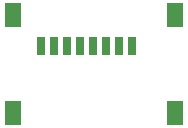
<source format=gbr>
%TF.GenerationSoftware,KiCad,Pcbnew,9.0.0*%
%TF.CreationDate,2025-03-31T13:57:26+02:00*%
%TF.ProjectId,HW_roggeluc_linortho,48575f72-6f67-4676-956c-75635f6c696e,rev?*%
%TF.SameCoordinates,Original*%
%TF.FileFunction,Paste,Bot*%
%TF.FilePolarity,Positive*%
%FSLAX46Y46*%
G04 Gerber Fmt 4.6, Leading zero omitted, Abs format (unit mm)*
G04 Created by KiCad (PCBNEW 9.0.0) date 2025-03-31 13:57:26*
%MOMM*%
%LPD*%
G01*
G04 APERTURE LIST*
%ADD10R,0.800000X1.500000*%
%ADD11R,1.450000X2.000000*%
G04 APERTURE END LIST*
D10*
%TO.C,J1*%
X73200000Y-34450000D03*
X72100000Y-34450000D03*
X71000000Y-34450000D03*
X69900000Y-34450000D03*
X68800000Y-34450000D03*
X67700000Y-34450000D03*
X66600000Y-34450000D03*
X65500000Y-34450000D03*
D11*
X76875000Y-31850000D03*
X76875000Y-40150000D03*
X63125000Y-31850000D03*
X63125000Y-40150000D03*
%TD*%
M02*

</source>
